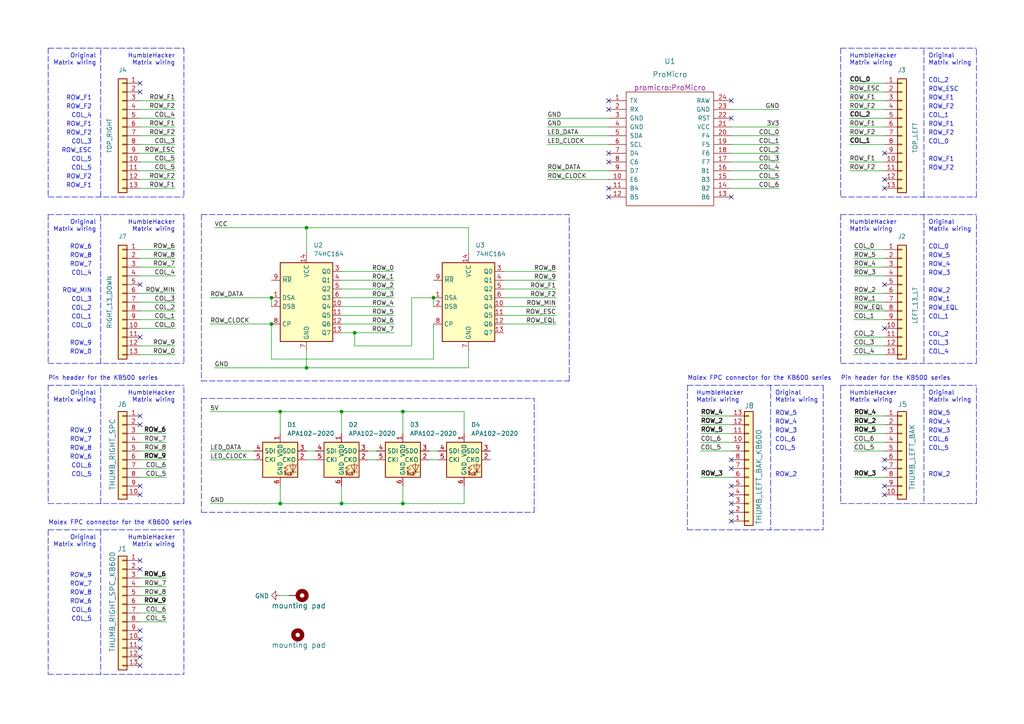
<source format=kicad_sch>
(kicad_sch (version 20211123) (generator eeschema)
  (paper "A4")
  (title_block (title "kinT keyboard controller") (date "2021-06-26") (company "Michael Stapelberg") (comment 1 "https://github.com/kinx-project/kint"))
  (lib_symbols
    (symbol "74xx:74HC164"
      (property "Reference" "U" (at 1.905 -13.97 0))
      (property "Value" "74HC164" (at 1.905 -16.51 0))
      (symbol "74HC164_0_1"
        (rectangle (start 7.62 10.16) (end -7.62 -12.7) (stroke (width 0.254)) (fill (type background)))
      )
      (symbol "74HC164_1_1"
        (pin input line (at -10.16 0 0) (length 2.54) (name "DSA") (number "1"))
        (pin output line (at 10.16 -2.54 180) (length 2.54) (name "Q4") (number "10"))
        (pin output line (at 10.16 -5.08 180) (length 2.54) (name "Q5") (number "11"))
        (pin output line (at 10.16 -7.62 180) (length 2.54) (name "Q6") (number "12"))
        (pin output line (at 10.16 -10.16 180) (length 2.54) (name "Q7") (number "13"))
        (pin power_in line (at 0 12.7 270) (length 2.54) (name "VCC") (number "14"))
        (pin input line (at -10.16 -2.54 0) (length 2.54) (name "DSB") (number "2"))
        (pin output line (at 10.16 7.62 180) (length 2.54) (name "Q0") (number "3"))
        (pin output line (at 10.16 5.08 180) (length 2.54) (name "Q1") (number "4"))
        (pin output line (at 10.16 2.54 180) (length 2.54) (name "Q2") (number "5"))
        (pin output line (at 10.16 0 180) (length 2.54) (name "Q3") (number "6"))
        (pin power_in line (at 0 -15.24 90) (length 2.54) (name "GND") (number "7"))
        (pin input line (at -10.16 -7.62 0) (length 2.54) (name "CP") (number "8"))
        (pin input line (at -10.16 5.08 0) (length 2.54) (name "~{MR}") (number "9"))
      )
    )
    (symbol "Connector_Generic:Conn_01x10" (pin_names (offset 1.016) hide)
      (property "Reference" "J" (at 0 12.7 0))
      (property "Value" "Conn_01x10" (at 0 -15.24 0))
      (symbol "Conn_01x10_1_1"
        (rectangle (start -1.27 -12.573) (end 0 -12.827) (stroke (width 0.1524)))
        (rectangle (start -1.27 -10.033) (end 0 -10.287) (stroke (width 0.1524)))
        (rectangle (start -1.27 -7.493) (end 0 -7.747) (stroke (width 0.1524)))
        (rectangle (start -1.27 -4.953) (end 0 -5.207) (stroke (width 0.1524)))
        (rectangle (start -1.27 -2.413) (end 0 -2.667) (stroke (width 0.1524)))
        (rectangle (start -1.27 0.127) (end 0 -0.127) (stroke (width 0.1524)))
        (rectangle (start -1.27 2.667) (end 0 2.413) (stroke (width 0.1524)))
        (rectangle (start -1.27 5.207) (end 0 4.953) (stroke (width 0.1524)))
        (rectangle (start -1.27 7.747) (end 0 7.493) (stroke (width 0.1524)))
        (rectangle (start -1.27 10.287) (end 0 10.033) (stroke (width 0.1524)))
        (rectangle (start -1.27 11.43) (end 1.27 -13.97) (stroke (width 0.254)) (fill (type background)))
        (pin passive line (at -5.08 10.16 0) (length 3.81) (name "Pin_1") (number "1"))
        (pin passive line (at -5.08 -12.7 0) (length 3.81) (name "Pin_10") (number "10"))
        (pin passive line (at -5.08 7.62 0) (length 3.81) (name "Pin_2") (number "2"))
        (pin passive line (at -5.08 5.08 0) (length 3.81) (name "Pin_3") (number "3"))
        (pin passive line (at -5.08 2.54 0) (length 3.81) (name "Pin_4") (number "4"))
        (pin passive line (at -5.08 0 0) (length 3.81) (name "Pin_5") (number "5"))
        (pin passive line (at -5.08 -2.54 0) (length 3.81) (name "Pin_6") (number "6"))
        (pin passive line (at -5.08 -5.08 0) (length 3.81) (name "Pin_7") (number "7"))
        (pin passive line (at -5.08 -7.62 0) (length 3.81) (name "Pin_8") (number "8"))
        (pin passive line (at -5.08 -10.16 0) (length 3.81) (name "Pin_9") (number "9"))
      )
    )
    (symbol "Connector_Generic:Conn_01x13" (pin_names (offset 1.016) hide)
      (property "Reference" "J" (at 0 17.78 0))
      (property "Value" "Conn_01x13" (at 0 -17.78 0))
      (symbol "Conn_01x13_1_1"
        (rectangle (start -1.27 -15.113) (end 0 -15.367) (stroke (width 0.1524)))
        (rectangle (start -1.27 -12.573) (end 0 -12.827) (stroke (width 0.1524)))
        (rectangle (start -1.27 -10.033) (end 0 -10.287) (stroke (width 0.1524)))
        (rectangle (start -1.27 -7.493) (end 0 -7.747) (stroke (width 0.1524)))
        (rectangle (start -1.27 -4.953) (end 0 -5.207) (stroke (width 0.1524)))
        (rectangle (start -1.27 -2.413) (end 0 -2.667) (stroke (width 0.1524)))
        (rectangle (start -1.27 0.127) (end 0 -0.127) (stroke (width 0.1524)))
        (rectangle (start -1.27 2.667) (end 0 2.413) (stroke (width 0.1524)))
        (rectangle (start -1.27 5.207) (end 0 4.953) (stroke (width 0.1524)))
        (rectangle (start -1.27 7.747) (end 0 7.493) (stroke (width 0.1524)))
        (rectangle (start -1.27 10.287) (end 0 10.033) (stroke (width 0.1524)))
        (rectangle (start -1.27 12.827) (end 0 12.573) (stroke (width 0.1524)))
        (rectangle (start -1.27 15.367) (end 0 15.113) (stroke (width 0.1524)))
        (rectangle (start -1.27 16.51) (end 1.27 -16.51) (stroke (width 0.254)) (fill (type background)))
        (pin passive line (at -5.08 15.24 0) (length 3.81) (name "Pin_1") (number "1"))
        (pin passive line (at -5.08 -7.62 0) (length 3.81) (name "Pin_10") (number "10"))
        (pin passive line (at -5.08 -10.16 0) (length 3.81) (name "Pin_11") (number "11"))
        (pin passive line (at -5.08 -12.7 0) (length 3.81) (name "Pin_12") (number "12"))
        (pin passive line (at -5.08 -15.24 0) (length 3.81) (name "Pin_13") (number "13"))
        (pin passive line (at -5.08 12.7 0) (length 3.81) (name "Pin_2") (number "2"))
        (pin passive line (at -5.08 10.16 0) (length 3.81) (name "Pin_3") (number "3"))
        (pin passive line (at -5.08 7.62 0) (length 3.81) (name "Pin_4") (number "4"))
        (pin passive line (at -5.08 5.08 0) (length 3.81) (name "Pin_5") (number "5"))
        (pin passive line (at -5.08 2.54 0) (length 3.81) (name "Pin_6") (number "6"))
        (pin passive line (at -5.08 0 0) (length 3.81) (name "Pin_7") (number "7"))
        (pin passive line (at -5.08 -2.54 0) (length 3.81) (name "Pin_8") (number "8"))
        (pin passive line (at -5.08 -5.08 0) (length 3.81) (name "Pin_9") (number "9"))
      )
    )
    (symbol "LED:APA102-2020"
      (property "Reference" "D" (at 5.08 5.715 0))
      (property "Value" "APA102-2020" (at 1.27 -5.715 0))
      (symbol "APA102-2020_0_0"
        (text "RGB" (at 2.286 -4.191 0) (effects (font (size 0.762 0.762))))
      )
      (symbol "APA102-2020_0_1"
        (polyline (pts (xy 1.27 -3.556) (xy 1.778 -3.556)))
        (polyline (pts (xy 1.27 -2.54) (xy 1.778 -2.54)))
        (polyline (pts (xy 4.699 -3.556) (xy 2.667 -3.556)))
        (polyline (pts (xy 2.286 -2.54) (xy 1.27 -3.556) (xy 1.27 -3.048)))
        (polyline (pts (xy 2.286 -1.524) (xy 1.27 -2.54) (xy 1.27 -2.032)))
        (polyline (pts (xy 3.683 -1.016) (xy 3.683 -3.556) (xy 3.683 -4.064)))
        (polyline (pts (xy 4.699 -1.524) (xy 2.667 -1.524) (xy 3.683 -3.556) (xy 4.699 -1.524)))
        (rectangle (start 5.08 5.08) (end -5.08 -5.08) (stroke (width 0.254)) (fill (type background)))
      )
      (symbol "APA102-2020_1_1"
        (pin power_in line (at 0 7.62 270) (length 2.54) (name "VDD") (number "1"))
        (pin output line (at 7.62 0 180) (length 2.54) (name "CKO") (number "2"))
        (pin output line (at 7.62 2.54 180) (length 2.54) (name "SDO") (number "3"))
        (pin input line (at -7.62 2.54 0) (length 2.54) (name "SDI") (number "4"))
        (pin input line (at -7.62 0 0) (length 2.54) (name "CKI") (number "5"))
        (pin power_in line (at 0 -7.62 90) (length 2.54) (name "GND") (number "6"))
      )
    )
    (symbol "Mechanical:MountingHole" (pin_names (offset 1.016))
      (property "Reference" "H" (at 0 5.08 0))
      (property "Value" "MountingHole" (at 0 3.175 0))
      (symbol "MountingHole_0_1"
        (circle (center 0 0) (radius 1.27) (stroke (width 1.27)))
      )
    )
    (symbol "Mechanical:MountingHole_Pad" (pin_numbers hide) (pin_names (offset 1.016) hide)
      (property "Reference" "H" (at 0 6.35 0))
      (property "Value" "MountingHole_Pad" (at 0 4.445 0))
      (symbol "MountingHole_Pad_0_1"
        (circle (center 0 1.27) (radius 1.27) (stroke (width 1.27)))
      )
      (symbol "MountingHole_Pad_1_1"
        (pin input line (at 0 -2.54 90) (length 2.54) (name "1") (number "1"))
      )
    )
    (symbol "ProMicroKiCad:ProMicro" (pin_names (offset 1.016))
      (property "Reference" "U" (at 0 24.13 0))
      (property "Value" "ProMicro" (at 0 -13.97 0))
      (symbol "ProMicro_0_1"
        (rectangle (start -12.7 21.59) (end 12.7 -11.43))
      )
      (symbol "ProMicro_1_1"
        (pin bidirectional line (at -17.78 19.05 0) (length 5.08) (name "TX") (number "1"))
        (pin bidirectional line (at -17.78 -3.81 0) (length 5.08) (name "E6") (number "10"))
        (pin bidirectional line (at -17.78 -6.35 0) (length 5.08) (name "B4") (number "11"))
        (pin bidirectional line (at -17.78 -8.89 0) (length 5.08) (name "B5") (number "12"))
        (pin bidirectional line (at 17.78 -8.89 180) (length 5.08) (name "B6") (number "13"))
        (pin bidirectional line (at 17.78 -6.35 180) (length 5.08) (name "B2") (number "14"))
        (pin bidirectional line (at 17.78 -3.81 180) (length 5.08) (name "B3") (number "15"))
        (pin bidirectional line (at 17.78 -1.27 180) (length 5.08) (name "B1") (number "16"))
        (pin bidirectional line (at 17.78 1.27 180) (length 5.08) (name "F7") (number "17"))
        (pin bidirectional line (at 17.78 3.81 180) (length 5.08) (name "F6") (number "18"))
        (pin bidirectional line (at 17.78 6.35 180) (length 5.08) (name "F5") (number "19"))
        (pin bidirectional line (at -17.78 16.51 0) (length 5.08) (name "RX") (number "2"))
        (pin bidirectional line (at 17.78 8.89 180) (length 5.08) (name "F4") (number "20"))
        (pin power_in line (at 17.78 11.43 180) (length 5.08) (name "VCC") (number "21"))
        (pin input line (at 17.78 13.97 180) (length 5.08) (name "RST") (number "22"))
        (pin power_in line (at 17.78 16.51 180) (length 5.08) (name "GND") (number "23"))
        (pin power_out line (at 17.78 19.05 180) (length 5.08) (name "RAW") (number "24"))
        (pin power_in line (at -17.78 13.97 0) (length 5.08) (name "GND") (number "3"))
        (pin power_in line (at -17.78 11.43 0) (length 5.08) (name "GND") (number "4"))
        (pin bidirectional line (at -17.78 8.89 0) (length 5.08) (name "SDA") (number "5"))
        (pin bidirectional line (at -17.78 6.35 0) (length 5.08) (name "SCL") (number "6"))
        (pin bidirectional line (at -17.78 3.81 0) (length 5.08) (name "D4") (number "7"))
        (pin bidirectional line (at -17.78 1.27 0) (length 5.08) (name "C6") (number "8"))
        (pin bidirectional line (at -17.78 -1.27 0) (length 5.08) (name "D7") (number "9"))
      )
    )
    (symbol "power:GND" (power) (pin_names (offset 0))
      (property "Value" "GND" (at 0 -3.81 0))
      (symbol "GND_0_1"
        (polyline (pts (xy 0 0) (xy 0 -1.27) (xy 1.27 -1.27) (xy 0 -2.54) (xy -1.27 -1.27) (xy 0 -1.27)))
      )
      (symbol "GND_1_1"
        (pin power_in line (at 0 0 270) (length 0) hide (name "GND") (number "1"))
      )
    )
  )
  (junction (at 102.87 96.52))
  (junction (at 99.06 146.05))
  (junction (at 88.9 106.68))
  (junction (at 78.74 93.98))
  (junction (at 125.73 86.36))
  (junction (at 99.06 119.38))
  (junction (at 116.84 119.38))
  (junction (at 116.84 146.05))
  (junction (at 88.9 66.04))
  (junction (at 78.74 86.36))
  (junction (at 81.28 146.05))
  (junction (at 81.28 119.38))
  (no_connect (at 256.54 95.25))
  (no_connect (at 212.09 143.51))
  (no_connect (at 40.64 24.13))
  (no_connect (at 40.64 120.65))
  (no_connect (at 40.64 190.5))
  (no_connect (at 176.53 46.99))
  (no_connect (at 40.64 140.97))
  (no_connect (at 176.53 31.75))
  (no_connect (at 40.64 182.88))
  (no_connect (at 256.54 52.07))
  (no_connect (at 176.53 29.21))
  (no_connect (at 40.64 193.04))
  (no_connect (at 212.09 140.97))
  (no_connect (at 256.54 135.89))
  (no_connect (at 40.64 26.67))
  (no_connect (at 256.54 143.51))
  (no_connect (at 256.54 82.55))
  (no_connect (at 40.64 97.79))
  (no_connect (at 176.53 54.61))
  (no_connect (at 40.64 162.56))
  (no_connect (at 212.09 29.21))
  (no_connect (at 40.64 123.19))
  (no_connect (at 256.54 140.97))
  (no_connect (at 176.53 44.45))
  (no_connect (at 212.09 133.35))
  (no_connect (at 256.54 54.61))
  (no_connect (at 256.54 133.35))
  (no_connect (at 212.09 135.89))
  (no_connect (at 212.09 148.59))
  (no_connect (at 40.64 143.51))
  (no_connect (at 176.53 57.15))
  (no_connect (at 40.64 82.55))
  (no_connect (at 256.54 44.45))
  (no_connect (at 212.09 151.13))
  (no_connect (at 212.09 57.15))
  (no_connect (at 212.09 146.05))
  (no_connect (at 40.64 185.42))
  (no_connect (at 212.09 34.29))
  (no_connect (at 40.64 187.96))
  (no_connect (at 40.64 165.1))
  (wire (pts (xy 88.9 66.04) (xy 62.23 66.04)))
  (wire (pts (xy 50.8 54.61) (xy 40.64 54.61)))
  (wire (pts (xy 81.28 172.72) (xy 83.82 172.72)))
  (polyline (pts (xy 283.21 146.05) (xy 283.21 111.76)))
  (wire (pts (xy 247.65 77.47) (xy 256.54 77.47)))
  (wire (pts (xy 88.9 106.68) (xy 135.89 106.68)))
  (wire (pts (xy 158.75 39.37) (xy 176.53 39.37)))
  (wire (pts (xy 247.65 85.09) (xy 256.54 85.09)))
  (wire (pts (xy 116.84 146.05) (xy 116.84 140.97)))
  (wire (pts (xy 48.26 133.35) (xy 40.64 133.35)))
  (polyline (pts (xy 13.97 13.97) (xy 13.97 57.15)))
  (polyline (pts (xy 267.97 111.76) (xy 267.97 146.05)))
  (wire (pts (xy 50.8 100.33) (xy 40.64 100.33)))
  (wire (pts (xy 158.75 49.53) (xy 176.53 49.53)))
  (wire (pts (xy 40.64 44.45) (xy 50.8 44.45)))
  (polyline (pts (xy 13.97 62.23) (xy 13.97 105.41)))
  (wire (pts (xy 158.75 34.29) (xy 176.53 34.29)))
  (wire (pts (xy 203.2 125.73) (xy 212.09 125.73)))
  (wire (pts (xy 247.65 130.81) (xy 256.54 130.81)))
  (wire (pts (xy 119.38 100.33) (xy 119.38 86.36)))
  (wire (pts (xy 99.06 81.28) (xy 114.3 81.28)))
  (wire (pts (xy 50.8 87.63) (xy 40.64 87.63)))
  (wire (pts (xy 247.65 92.71) (xy 256.54 92.71)))
  (wire (pts (xy 246.38 24.13) (xy 256.54 24.13)))
  (wire (pts (xy 146.05 88.9) (xy 161.29 88.9)))
  (wire (pts (xy 40.64 46.99) (xy 50.8 46.99)))
  (wire (pts (xy 48.26 172.72) (xy 40.64 172.72)))
  (wire (pts (xy 246.38 39.37) (xy 256.54 39.37)))
  (polyline (pts (xy 29.21 105.41) (xy 29.21 62.23)))
  (wire (pts (xy 62.23 106.68) (xy 88.9 106.68)))
  (polyline (pts (xy 13.97 195.58) (xy 53.34 195.58)))
  (wire (pts (xy 50.8 52.07) (xy 40.64 52.07)))
  (polyline (pts (xy 13.97 111.76) (xy 53.34 111.76)))
  (polyline (pts (xy 53.34 146.05) (xy 53.34 111.76)))
  (wire (pts (xy 212.09 49.53) (xy 226.06 49.53)))
  (wire (pts (xy 158.75 41.91) (xy 176.53 41.91)))
  (wire (pts (xy 246.38 29.21) (xy 256.54 29.21)))
  (wire (pts (xy 247.65 97.79) (xy 256.54 97.79)))
  (wire (pts (xy 212.09 31.75) (xy 226.06 31.75)))
  (wire (pts (xy 247.65 102.87) (xy 256.54 102.87)))
  (wire (pts (xy 99.06 86.36) (xy 114.3 86.36)))
  (wire (pts (xy 212.09 39.37) (xy 226.06 39.37)))
  (wire (pts (xy 60.96 146.05) (xy 81.28 146.05)))
  (wire (pts (xy 40.64 135.89) (xy 48.26 135.89)))
  (polyline (pts (xy 243.84 146.05) (xy 283.21 146.05)))
  (polyline (pts (xy 243.84 62.23) (xy 243.84 105.41)))
  (wire (pts (xy 81.28 119.38) (xy 99.06 119.38)))
  (polyline (pts (xy 243.84 62.23) (xy 283.21 62.23)))
  (wire (pts (xy 48.26 128.27) (xy 40.64 128.27)))
  (wire (pts (xy 212.09 46.99) (xy 226.06 46.99)))
  (wire (pts (xy 203.2 120.65) (xy 212.09 120.65)))
  (wire (pts (xy 102.87 100.33) (xy 119.38 100.33)))
  (wire (pts (xy 48.26 175.26) (xy 40.64 175.26)))
  (wire (pts (xy 247.65 90.17) (xy 256.54 90.17)))
  (wire (pts (xy 60.96 86.36) (xy 78.74 86.36)))
  (wire (pts (xy 158.75 36.83) (xy 176.53 36.83)))
  (polyline (pts (xy 53.34 62.23) (xy 53.34 105.41)))
  (wire (pts (xy 40.64 77.47) (xy 50.8 77.47)))
  (wire (pts (xy 48.26 170.18) (xy 40.64 170.18)))
  (wire (pts (xy 88.9 133.35) (xy 91.44 133.35)))
  (wire (pts (xy 88.9 66.04) (xy 135.89 66.04)))
  (wire (pts (xy 135.89 66.04) (xy 135.89 73.66)))
  (wire (pts (xy 60.96 93.98) (xy 78.74 93.98)))
  (wire (pts (xy 102.87 96.52) (xy 99.06 96.52)))
  (polyline (pts (xy 13.97 153.67) (xy 13.97 195.58)))
  (wire (pts (xy 40.64 92.71) (xy 50.8 92.71)))
  (wire (pts (xy 247.65 72.39) (xy 256.54 72.39)))
  (wire (pts (xy 246.38 49.53) (xy 256.54 49.53)))
  (wire (pts (xy 212.09 44.45) (xy 226.06 44.45)))
  (wire (pts (xy 102.87 96.52) (xy 114.3 96.52)))
  (polyline (pts (xy 238.76 111.76) (xy 238.76 153.67)))
  (wire (pts (xy 99.06 146.05) (xy 99.06 140.97)))
  (wire (pts (xy 40.64 49.53) (xy 50.8 49.53)))
  (wire (pts (xy 212.09 54.61) (xy 226.06 54.61)))
  (wire (pts (xy 48.26 130.81) (xy 40.64 130.81)))
  (wire (pts (xy 247.65 120.65) (xy 256.54 120.65)))
  (wire (pts (xy 88.9 130.81) (xy 91.44 130.81)))
  (wire (pts (xy 146.05 78.74) (xy 161.29 78.74)))
  (wire (pts (xy 48.26 167.64) (xy 40.64 167.64)))
  (polyline (pts (xy 165.1 110.49) (xy 165.1 62.23)))
  (wire (pts (xy 146.05 83.82) (xy 161.29 83.82)))
  (wire (pts (xy 78.74 104.14) (xy 78.74 93.98)))
  (wire (pts (xy 212.09 52.07) (xy 226.06 52.07)))
  (wire (pts (xy 158.75 52.07) (xy 176.53 52.07)))
  (wire (pts (xy 99.06 146.05) (xy 116.84 146.05)))
  (wire (pts (xy 78.74 86.36) (xy 78.74 88.9)))
  (wire (pts (xy 125.73 86.36) (xy 125.73 88.9)))
  (wire (pts (xy 247.65 74.93) (xy 256.54 74.93)))
  (polyline (pts (xy 53.34 153.67) (xy 53.34 195.58)))
  (wire (pts (xy 40.64 31.75) (xy 50.8 31.75)))
  (wire (pts (xy 246.38 46.99) (xy 256.54 46.99)))
  (wire (pts (xy 102.87 96.52) (xy 102.87 100.33)))
  (wire (pts (xy 256.54 123.19) (xy 247.65 123.19)))
  (wire (pts (xy 256.54 128.27) (xy 247.65 128.27)))
  (wire (pts (xy 48.26 125.73) (xy 40.64 125.73)))
  (polyline (pts (xy 53.34 13.97) (xy 53.34 57.15)))
  (wire (pts (xy 99.06 119.38) (xy 116.84 119.38)))
  (polyline (pts (xy 199.39 153.67) (xy 238.76 153.67)))
  (polyline (pts (xy 243.84 57.15) (xy 283.21 57.15)))
  (polyline (pts (xy 267.97 57.15) (xy 267.97 13.97)))
  (wire (pts (xy 247.65 100.33) (xy 256.54 100.33)))
  (polyline (pts (xy 154.94 148.59) (xy 154.94 115.57)))
  (wire (pts (xy 99.06 93.98) (xy 114.3 93.98)))
  (wire (pts (xy 247.65 80.01) (xy 256.54 80.01)))
  (wire (pts (xy 50.8 74.93) (xy 40.64 74.93)))
  (wire (pts (xy 81.28 119.38) (xy 81.28 125.73)))
  (wire (pts (xy 48.26 180.34) (xy 40.64 180.34)))
  (polyline (pts (xy 13.97 153.67) (xy 53.34 153.67)))
  (wire (pts (xy 40.64 41.91) (xy 50.8 41.91)))
  (polyline (pts (xy 29.21 153.67) (xy 29.21 195.58)))
  (polyline (pts (xy 223.52 111.76) (xy 223.52 153.67)))
  (wire (pts (xy 99.06 91.44) (xy 114.3 91.44)))
  (wire (pts (xy 212.09 36.83) (xy 226.06 36.83)))
  (wire (pts (xy 135.89 101.6) (xy 135.89 106.68)))
  (wire (pts (xy 81.28 146.05) (xy 81.28 140.97)))
  (polyline (pts (xy 267.97 62.23) (xy 267.97 105.41)))
  (wire (pts (xy 99.06 88.9) (xy 114.3 88.9)))
  (wire (pts (xy 247.65 125.73) (xy 256.54 125.73)))
  (wire (pts (xy 212.09 123.19) (xy 203.2 123.19)))
  (polyline (pts (xy 29.21 146.05) (xy 29.21 111.76)))
  (wire (pts (xy 50.8 102.87) (xy 40.64 102.87)))
  (wire (pts (xy 48.26 177.8) (xy 40.64 177.8)))
  (wire (pts (xy 60.96 119.38) (xy 81.28 119.38)))
  (wire (pts (xy 60.96 130.81) (xy 73.66 130.81)))
  (wire (pts (xy 116.84 146.05) (xy 134.62 146.05)))
  (wire (pts (xy 50.8 72.39) (xy 40.64 72.39)))
  (wire (pts (xy 124.46 133.35) (xy 127 133.35)))
  (polyline (pts (xy 13.97 62.23) (xy 53.34 62.23)))
  (wire (pts (xy 50.8 95.25) (xy 40.64 95.25)))
  (polyline (pts (xy 58.42 62.23) (xy 165.1 62.23)))
  (wire (pts (xy 88.9 101.6) (xy 88.9 106.68)))
  (polyline (pts (xy 58.42 148.59) (xy 154.94 148.59)))
  (wire (pts (xy 88.9 73.66) (xy 88.9 66.04)))
  (polyline (pts (xy 243.84 105.41) (xy 283.21 105.41)))
  (wire (pts (xy 246.38 34.29) (xy 256.54 34.29)))
  (wire (pts (xy 146.05 81.28) (xy 161.29 81.28)))
  (wire (pts (xy 212.09 128.27) (xy 203.2 128.27)))
  (polyline (pts (xy 58.42 115.57) (xy 58.42 148.59)))
  (polyline (pts (xy 243.84 111.76) (xy 283.21 111.76)))
  (polyline (pts (xy 199.39 111.76) (xy 199.39 153.67)))
  (wire (pts (xy 119.38 86.36) (xy 125.73 86.36)))
  (polyline (pts (xy 58.42 115.57) (xy 154.94 115.57)))
  (polyline (pts (xy 13.97 111.76) (xy 13.97 146.05)))
  (wire (pts (xy 246.38 41.91) (xy 256.54 41.91)))
  (wire (pts (xy 256.54 138.43) (xy 247.65 138.43)))
  (wire (pts (xy 116.84 119.38) (xy 116.84 125.73)))
  (wire (pts (xy 146.05 93.98) (xy 161.29 93.98)))
  (polyline (pts (xy 13.97 105.41) (xy 53.34 105.41)))
  (wire (pts (xy 247.65 87.63) (xy 256.54 87.63)))
  (wire (pts (xy 246.38 31.75) (xy 256.54 31.75)))
  (wire (pts (xy 106.68 130.81) (xy 109.22 130.81)))
  (wire (pts (xy 134.62 119.38) (xy 134.62 125.73)))
  (wire (pts (xy 134.62 146.05) (xy 134.62 140.97)))
  (wire (pts (xy 99.06 78.74) (xy 114.3 78.74)))
  (polyline (pts (xy 243.84 13.97) (xy 243.84 57.15)))
  (polyline (pts (xy 13.97 57.15) (xy 53.34 57.15)))
  (wire (pts (xy 212.09 41.91) (xy 226.06 41.91)))
  (polyline (pts (xy 243.84 111.76) (xy 243.84 146.05)))
  (wire (pts (xy 81.28 146.05) (xy 99.06 146.05)))
  (wire (pts (xy 125.73 93.98) (xy 125.73 104.14)))
  (polyline (pts (xy 29.21 57.15) (xy 29.21 13.97)))
  (polyline (pts (xy 283.21 57.15) (xy 283.21 13.97)))
  (wire (pts (xy 246.38 36.83) (xy 256.54 36.83)))
  (wire (pts (xy 116.84 119.38) (xy 134.62 119.38)))
  (wire (pts (xy 50.8 85.09) (xy 40.64 85.09)))
  (wire (pts (xy 40.64 39.37) (xy 50.8 39.37)))
  (wire (pts (xy 40.64 36.83) (xy 50.8 36.83)))
  (polyline (pts (xy 58.42 110.49) (xy 165.1 110.49)))
  (polyline (pts (xy 199.39 111.76) (xy 238.76 111.76)))
  (wire (pts (xy 40.64 29.21) (xy 50.8 29.21)))
  (wire (pts (xy 50.8 80.01) (xy 40.64 80.01)))
  (polyline (pts (xy 13.97 13.97) (xy 53.34 13.97)))
  (polyline (pts (xy 58.42 62.23) (xy 58.42 110.49)))
  (wire (pts (xy 203.2 130.81) (xy 212.09 130.81)))
  (wire (pts (xy 48.26 138.43) (xy 40.64 138.43)))
  (wire (pts (xy 50.8 34.29) (xy 40.64 34.29)))
  (wire (pts (xy 246.38 26.67) (xy 256.54 26.67)))
  (wire (pts (xy 146.05 86.36) (xy 161.29 86.36)))
  (wire (pts (xy 50.8 90.17) (xy 40.64 90.17)))
  (wire (pts (xy 125.73 104.14) (xy 78.74 104.14)))
  (wire (pts (xy 99.06 119.38) (xy 99.06 125.73)))
  (wire (pts (xy 212.09 138.43) (xy 203.2 138.43)))
  (polyline (pts (xy 13.97 146.05) (xy 53.34 146.05)))
  (wire (pts (xy 106.68 133.35) (xy 109.22 133.35)))
  (polyline (pts (xy 283.21 105.41) (xy 283.21 62.23)))
  (wire (pts (xy 60.96 133.35) (xy 73.66 133.35)))
  (wire (pts (xy 124.46 130.81) (xy 127 130.81)))
  (polyline (pts (xy 243.84 13.97) (xy 283.21 13.97)))
  (wire (pts (xy 99.06 83.82) (xy 114.3 83.82)))
  (wire (pts (xy 146.05 91.44) (xy 161.29 91.44)))
  (text "COL_6" (at 269.24 128.27 0) (effects (font (size 1.27 1.27)) (justify left bottom)))
  (text "ROW_F2" (at 26.67 52.07 180) (effects (font (size 1.27 1.27)) (justify right bottom)))
  (text "ROW_F2" (at 269.24 49.53 0) (effects (font (size 1.27 1.27)) (justify left bottom)))
  (text "COL_6" (at 26.67 177.8 180) (effects (font (size 1.27 1.27)) (justify right bottom)))
  (text "ROW_6" (at 26.67 175.26 180) (effects (font (size 1.27 1.27)) (justify right bottom)))
  (text "Pin header for the KB500 series" (at 13.97 110.49 0) (effects (font (size 1.27 1.27)) (justify left bottom)))
  (text "Molex FPC connector for the KB600 series" (at 199.39 110.49 0) (effects (font (size 1.27 1.27)) (justify left bottom)))
  (text "ROW_7" (at 26.67 77.47 180) (effects (font (size 1.27 1.27)) (justify right bottom)))
  (text "COL_3" (at 26.67 87.63 180) (effects (font (size 1.27 1.27)) (justify right bottom)))
  (text "ROW_4" (at 269.24 77.47 0) (effects (font (size 1.27 1.27)) (justify left bottom)))
  (text "ROW_ESC" (at 26.67 44.45 180) (effects (font (size 1.27 1.27)) (justify right bottom)))
  (text "COL_3" (at 269.24 100.33 0) (effects (font (size 1.27 1.27)) (justify left bottom)))
  (text "COL_0" (at 269.24 41.91 0) (effects (font (size 1.27 1.27)) (justify left bottom)))
  (text "Pin header for the KB500 series" (at 243.84 110.49 0) (effects (font (size 1.27 1.27)) (justify left bottom)))
  (text "ROW_3" (at 269.24 80.01 0) (effects (font (size 1.27 1.27)) (justify left bottom)))
  (text "ROW_4" (at 269.24 123.19 0) (effects (font (size 1.27 1.27)) (justify left bottom)))
  (text "ROW_3" (at 224.79 125.73 0) (effects (font (size 1.27 1.27)) (justify left bottom)))
  (text "ROW_2" (at 269.24 138.43 0) (effects (font (size 1.27 1.27)) (justify left bottom)))
  (text "COL_6" (at 224.79 128.27 0) (effects (font (size 1.27 1.27)) (justify left bottom)))
  (text "ROW_1" (at 269.24 87.63 0) (effects (font (size 1.27 1.27)) (justify left bottom)))
  (text "ROW_7" (at 26.67 170.18 180) (effects (font (size 1.27 1.27)) (justify right bottom)))
  (text "ROW_F2" (at 269.24 39.37 0) (effects (font (size 1.27 1.27)) (justify left bottom)))
  (text "Original\nMatrix wiring" (at 269.24 19.05 0) (effects (font (size 1.27 1.27)) (justify left bottom)))
  (text "ROW_5" (at 269.24 74.93 0) (effects (font (size 1.27 1.27)) (justify left bottom)))
  (text "ROW_MIN" (at 26.67 85.09 180) (effects (font (size 1.27 1.27)) (justify right bottom)))
  (text "ROW_6" (at 26.67 72.39 180) (effects (font (size 1.27 1.27)) (justify right bottom)))
  (text "ROW_ESC" (at 269.24 26.67 0) (effects (font (size 1.27 1.27)) (justify left bottom)))
  (text "ROW_F1" (at 269.24 36.83 0) (effects (font (size 1.27 1.27)) (justify left bottom)))
  (text "HumbleHacker\nMatrix wiring" (at 246.38 67.31 0) (effects (font (size 1.27 1.27)) (justify left bottom)))
  (text "ROW_6" (at 26.67 133.35 180) (effects (font (size 1.27 1.27)) (justify right bottom)))
  (text "ROW_EQL" (at 269.24 90.17 0) (effects (font (size 1.27 1.27)) (justify left bottom)))
  (text "ROW_F2" (at 269.24 31.75 0) (effects (font (size 1.27 1.27)) (justify left bottom)))
  (text "ROW_9" (at 26.67 125.73 180) (effects (font (size 1.27 1.27)) (justify right bottom)))
  (text "COL_4" (at 26.67 34.29 180) (effects (font (size 1.27 1.27)) (justify right bottom)))
  (text "COL_4" (at 26.67 80.01 180) (effects (font (size 1.27 1.27)) (justify right bottom)))
  (text "COL_5" (at 26.67 138.43 180) (effects (font (size 1.27 1.27)) (justify right bottom)))
  (text "COL_1" (at 269.24 92.71 0) (effects (font (size 1.27 1.27)) (justify left bottom)))
  (text "Original\nMatrix wiring" (at 27.94 116.84 180) (effects (font (size 1.27 1.27)) (justify right bottom)))
  (text "HumbleHacker\nMatrix wiring" (at 50.8 158.75 180) (effects (font (size 1.27 1.27)) (justify right bottom)))
  (text "COL_6" (at 26.67 135.89 180) (effects (font (size 1.27 1.27)) (justify right bottom)))
  (text "COL_1" (at 26.67 92.71 180) (effects (font (size 1.27 1.27)) (justify right bottom)))
  (text "HumbleHacker\nMatrix wiring" (at 246.38 116.84 0) (effects (font (size 1.27 1.27)) (justify left bottom)))
  (text "HumbleHacker\nMatrix wiring" (at 50.8 19.05 180) (effects (font (size 1.27 1.27)) (justify right bottom)))
  (text "COL_0" (at 269.24 72.39 0) (effects (font (size 1.27 1.27)) (justify left bottom)))
  (text "Original\nMatrix wiring" (at 269.24 67.31 0) (effects (font (size 1.27 1.27)) (justify left bottom)))
  (text "COL_5" (at 269.24 130.81 0) (effects (font (size 1.27 1.27)) (justify left bottom)))
  (text "ROW_F1" (at 269.24 29.21 0) (effects (font (size 1.27 1.27)) (justify left bottom)))
  (text "ROW_F1" (at 26.67 36.83 180) (effects (font (size 1.27 1.27)) (justify right bottom)))
  (text "HumbleHacker\nMatrix wiring" (at 246.38 19.05 0) (effects (font (size 1.27 1.27)) (justify left bottom)))
  (text "HumbleHacker\nMatrix wiring" (at 50.8 116.84 180) (effects (font (size 1.27 1.27)) (justify right bottom)))
  (text "ROW_F2" (at 26.67 31.75 180) (effects (font (size 1.27 1.27)) (justify right bottom)))
  (text "ROW_9" (at 26.67 100.33 180) (effects (font (size 1.27 1.27)) (justify right bottom)))
  (text "COL_2" (at 26.67 90.17 180) (effects (font (size 1.27 1.27)) (justify right bottom)))
  (text "COL_5" (at 26.67 49.53 180) (effects (font (size 1.27 1.27)) (justify right bottom)))
  (text "COL_4" (at 269.24 102.87 0) (effects (font (size 1.27 1.27)) (justify left bottom)))
  (text "ROW_F2" (at 26.67 39.37 180) (effects (font (size 1.27 1.27)) (justify right bottom)))
  (text "COL_5" (at 26.67 180.34 180) (effects (font (size 1.27 1.27)) (justify right bottom)))
  (text "COL_1" (at 269.24 34.29 0) (effects (font (size 1.27 1.27)) (justify left bottom)))
  (text "ROW_F1" (at 26.67 54.61 180) (effects (font (size 1.27 1.27)) (justify right bottom)))
  (text "ROW_7" (at 26.67 128.27 180) (effects (font (size 1.27 1.27)) (justify right bottom)))
  (text "ROW_2" (at 269.24 85.09 0) (effects (font (size 1.27 1.27)) (justify left bottom)))
  (text "Original\nMatrix wiring" (at 27.94 67.31 180) (effects (font (size 1.27 1.27)) (justify right bottom)))
  (text "COL_2" (at 269.24 97.79 0) (effects (font (size 1.27 1.27)) (justify left bottom)))
  (text "Original\nMatrix wiring" (at 27.94 19.05 180) (effects (font (size 1.27 1.27)) (justify right bottom)))
  (text "ROW_8" (at 26.67 74.93 180) (effects (font (size 1.27 1.27)) (justify right bottom)))
  (text "ROW_5" (at 224.79 120.65 0) (effects (font (size 1.27 1.27)) (justify left bottom)))
  (text "ROW_3" (at 269.24 125.73 0) (effects (font (size 1.27 1.27)) (justify left bottom)))
  (text "ROW_F1" (at 269.24 46.99 0) (effects (font (size 1.27 1.27)) (justify left bottom)))
  (text "ROW_2" (at 224.79 138.43 0) (effects (font (size 1.27 1.27)) (justify left bottom)))
  (text "ROW_8" (at 26.67 172.72 180) (effects (font (size 1.27 1.27)) (justify right bottom)))
  (text "HumbleHacker\nMatrix wiring" (at 201.93 116.84 0) (effects (font (size 1.27 1.27)) (justify left bottom)))
  (text "ROW_F1" (at 26.67 29.21 180) (effects (font (size 1.27 1.27)) (justify right bottom)))
  (text "ROW_9" (at 26.67 167.64 180) (effects (font (size 1.27 1.27)) (justify right bottom)))
  (text "Original\nMatrix wiring" (at 269.24 116.84 0) (effects (font (size 1.27 1.27)) (justify left bottom)))
  (text "ROW_0" (at 26.67 102.87 180) (effects (font (size 1.27 1.27)) (justify right bottom)))
  (text "COL_3" (at 26.67 41.91 180) (effects (font (size 1.27 1.27)) (justify right bottom)))
  (text "Original\nMatrix wiring" (at 27.94 158.75 180) (effects (font (size 1.27 1.27)) (justify right bottom)))
  (text "ROW_8" (at 26.67 130.81 180) (effects (font (size 1.27 1.27)) (justify right bottom)))
  (text "COL_5" (at 224.79 130.81 0) (effects (font (size 1.27 1.27)) (justify left bottom)))
  (text "ROW_5" (at 269.24 120.65 0) (effects (font (size 1.27 1.27)) (justify left bottom)))
  (text "COL_0" (at 26.67 95.25 180) (effects (font (size 1.27 1.27)) (justify right bottom)))
  (text "COL_2" (at 269.24 24.13 0) (effects (font (size 1.27 1.27)) (justify left bottom)))
  (text "HumbleHacker\nMatrix wiring" (at 50.8 67.31 180) (effects (font (size 1.27 1.27)) (justify right bottom)))
  (text "Molex FPC connector for the KB600 series" (at 13.97 152.4 0) (effects (font (size 1.27 1.27)) (justify left bottom)))
  (text "COL_5" (at 26.67 46.99 180) (effects (font (size 1.27 1.27)) (justify right bottom)))
  (text "ROW_4" (at 224.79 123.19 0) (effects (font (size 1.27 1.27)) (justify left bottom)))
  (text "Original\nMatrix wiring" (at 224.79 116.84 0) (effects (font (size 1.27 1.27)) (justify left bottom)))
  (label "ROW_4" (at 247.65 77.47 0))
  (label "ROW_F2" (at 161.29 86.36 180))
  (label "ROW_7" (at 50.8 77.47 180))
  (label "ROW_CLOCK" (at 60.96 93.98 0))
  (label "COL_3" (at 50.8 41.91 180))
  (label "ROW_F2" (at 50.8 52.07 180))
  (label "ROW_F2" (at 246.38 39.37 0))
  (label "COL_5" (at 226.06 52.07 180))
  (label "ROW_F1" (at 50.8 54.61 180))
  (label "GND" (at 62.23 106.68 0))
  (label "LED_DATA" (at 60.96 130.81 0))
  (label "ROW_8" (at 48.26 130.81 180))
  (label "5V" (at 60.96 119.38 0))
  (label "ROW_F2" (at 50.8 31.75 180))
  (label "COL_1" (at 246.38 41.91 0) (effects (font (thickness 0.254) bold)))
  (label "ROW_5" (at 247.65 74.93 0))
  (label "ROW_4" (at 247.65 120.65 0) (effects (font (thickness 0.254) bold)))
  (label "ROW_7" (at 48.26 170.18 180))
  (label "ROW_4" (at 114.3 88.9 180))
  (label "ROW_MIN" (at 161.29 88.9 180))
  (label "COL_5" (at 50.8 49.53 180))
  (label "ROW_3" (at 114.3 86.36 180))
  (label "ROW_ESC" (at 161.29 91.44 180))
  (label "COL_4" (at 226.06 49.53 180))
  (label "ROW_7" (at 48.26 128.27 180))
  (label "ROW_6" (at 114.3 93.98 180))
  (label "VCC" (at 62.23 66.04 0))
  (label "ROW_9" (at 50.8 100.33 180))
  (label "ROW_F1" (at 50.8 36.83 180))
  (label "COL_3" (at 226.06 46.99 180))
  (label "ROW_F1" (at 246.38 29.21 0))
  (label "ROW_8" (at 50.8 74.93 180))
  (label "COL_2" (at 246.38 34.29 0) (effects (font (thickness 0.254) bold)))
  (label "ROW_5" (at 203.2 125.73 0) (effects (font (thickness 0.254) bold)))
  (label "COL_5" (at 247.65 130.81 0))
  (label "COL_4" (at 50.8 80.01 180))
  (label "ROW_3" (at 247.65 138.43 0) (effects (font (thickness 0.254) bold)))
  (label "ROW_F2" (at 50.8 39.37 180))
  (label "ROW_9" (at 48.26 175.26 180) (effects (font (thickness 0.254) bold)))
  (label "ROW_F2" (at 246.38 31.75 0))
  (label "ROW_F1" (at 246.38 36.83 0))
  (label "ROW_F1" (at 50.8 29.21 180))
  (label "COL_5" (at 203.2 130.81 0))
  (label "COL_4" (at 247.65 102.87 0))
  (label "COL_3" (at 50.8 87.63 180))
  (label "3V3" (at 226.06 36.83 180))
  (label "COL_1" (at 50.8 92.71 180))
  (label "ROW_9" (at 161.29 81.28 180))
  (label "COL_2" (at 247.65 97.79 0))
  (label "ROW_6" (at 50.8 72.39 180))
  (label "ROW_F1" (at 161.29 83.82 180))
  (label "GND" (at 158.75 34.29 0))
  (label "ROW_F2" (at 246.38 49.53 0))
  (label "COL_1" (at 226.06 41.91 180))
  (label "COL_6" (at 48.26 135.89 180))
  (label "COL_3" (at 247.65 100.33 0))
  (label "LED_CLOCK" (at 158.75 41.91 0))
  (label "COL_5" (at 50.8 46.99 180))
  (label "ROW_2" (at 247.65 123.19 0) (effects (font (thickness 0.254) bold)))
  (label "ROW_2" (at 247.65 85.09 0))
  (label "ROW_F1" (at 246.38 46.99 0))
  (label "ROW_EQL" (at 247.65 90.17 0))
  (label "ROW_9" (at 48.26 133.35 180) (effects (font (thickness 0.254) bold)))
  (label "ROW_ESC" (at 246.38 26.67 0))
  (label "COL_6" (at 226.06 54.61 180))
  (label "ROW_8" (at 161.29 78.74 180))
  (label "COL_0" (at 247.65 72.39 0))
  (label "ROW_5" (at 247.65 125.73 0) (effects (font (thickness 0.254) bold)))
  (label "GND" (at 60.96 146.05 0))
  (label "ROW_EQL" (at 161.29 93.98 180))
  (label "ROW_0" (at 114.3 78.74 180))
  (label "COL_6" (at 203.2 128.27 0))
  (label "COL_0" (at 50.8 95.25 180))
  (label "ROW_CLOCK" (at 158.75 52.07 0))
  (label "ROW_1" (at 247.65 87.63 0))
  (label "ROW_8" (at 48.26 172.72 180))
  (label "ROW_6" (at 48.26 167.64 180) (effects (font (thickness 0.254) bold)))
  (label "LED_CLOCK" (at 60.96 133.35 0))
  (label "ROW_5" (at 114.3 91.44 180))
  (label "COL_6" (at 247.65 128.27 0))
  (label "COL_1" (at 247.65 92.71 0))
  (label "ROW_0" (at 50.8 102.87 180))
  (label "ROW_2" (at 203.2 123.19 0) (effects (font (thickness 0.254) bold)))
  (label "COL_0" (at 246.38 24.13 0) (effects (font (thickness 0.254) bold)))
  (label "ROW_2" (at 114.3 83.82 180))
  (label "COL_6" (at 48.26 177.8 180))
  (label "COL_5" (at 48.26 138.43 180))
  (label "ROW_4" (at 203.2 120.65 0) (effects (font (thickness 0.254) bold)))
  (label "COL_2" (at 50.8 90.17 180))
  (label "GND" (at 158.75 36.83 0))
  (label "ROW_3" (at 203.2 138.43 0) (effects (font (thickness 0.254) bold)))
  (label "COL_4" (at 50.8 34.29 180))
  (label "ROW_DATA" (at 60.96 86.36 0))
  (label "GND" (at 226.06 31.75 180))
  (label "LED_DATA" (at 158.75 39.37 0))
  (label "ROW_3" (at 247.65 80.01 0))
  (label "COL_2" (at 226.06 44.45 180))
  (label "ROW_MIN" (at 50.8 85.09 180))
  (label "ROW_7" (at 114.3 96.52 180))
  (label "ROW_6" (at 48.26 125.73 180) (effects (font (thickness 0.254) bold)))
  (label "ROW_ESC" (at 50.8 44.45 180))
  (label "ROW_1" (at 114.3 81.28 180))
  (label "COL_0" (at 226.06 39.37 180))
  (label "COL_5" (at 48.26 180.34 180))
  (label "ROW_DATA" (at 158.75 49.53 0))
  (symbol (lib_id "Connector_Generic:Conn_01x10") (at 35.56 130.81 0) (mirror y) (unit 1)
    (property "Reference" "J6" (at 36.83 118.11 0) (effects (font (size 1.4986 1.4986)) (justify left bottom)))
    (property "Value" "THUMB_RIGHT_SPC" (at 31.75 142.24 90) (effects (font (size 1.4986 1.4986)) (justify left bottom)))
    (property "Footprint" "Connector_PinHeader_2.54mm:PinHeader_1x10_P2.54mm_Vertical" (effects hide))
    (property "digikeypn" "WM14526-ND" (effects hide))
    (property "MPN" "39-53-2135" (effects hide))
    (property "mouserpn" "538-39-53-2135" (effects hide))
  )
  (symbol (lib_id "Connector_Generic:Conn_01x10") (at 261.62 130.81 0) (unit 1)
    (property "Reference" "J5" (at 260.35 118.11 0) (effects (font (size 1.4986 1.4986)) (justify left bottom)))
    (property "Value" "THUMB_LEFT_BAK" (at 265.43 142.24 90) (effects (font (size 1.4986 1.4986)) (justify left bottom)))
    (property "Footprint" "Connector_PinHeader_2.54mm:PinHeader_1x10_P2.54mm_Vertical" (effects hide))
    (property "digikeypn" "WM14526-ND" (effects hide))
    (property "MPN" "39-53-2135" (effects hide))
    (property "mouserpn" "538-39-53-2135" (effects hide))
  )
  (symbol (lib_id "Mechanical:MountingHole_Pad") (at 86.36 172.72 270) (unit 1)
    (property "Reference" "H1" (effects hide))
    (property "Value" "mounting pad" (at 78.74 176.53 90) (effects (font (size 1.4986 1.4986)) (justify left bottom)))
    (property "Footprint" "MountingHole:MountingHole_4.3mm_M4_Pad" (effects hide))
  )
  (symbol (lib_id "Connector_Generic:Conn_01x13") (at 261.62 87.63 0) (unit 1)
    (property "Reference" "J2" (at 260.35 68.58 0) (effects (justify left)))
    (property "Value" "LEFT_13_LT" (at 265.43 93.98 90) (effects (justify left)))
    (property "Footprint" "kinx:39-53-2135" (effects hide))
    (property "digikeypn" "WM14526-ND" (effects hide))
    (property "MPN" "39-53-2135" (effects hide))
    (property "mouserpn" "538-39-53-2135" (effects hide))
  )
  (symbol (lib_id "Connector_Generic:Conn_01x13") (at 35.56 87.63 0) (mirror y) (unit 1)
    (property "Reference" "J7" (at 35.56 68.58 0))
    (property "Value" "RIGHT_13_DOWN" (at 31.75 87.63 90))
    (property "Footprint" "kinx:39-53-2135" (effects hide))
    (property "digikeypn" "WM14526-ND" (effects hide))
    (property "MPN" "39-53-2135" (effects hide))
    (property "mouserpn" "538-39-53-2135" (effects hide))
  )
  (symbol (lib_id "Connector_Generic:Conn_01x13") (at 261.62 39.37 0) (unit 1)
    (property "Reference" "J3" (at 260.35 20.32 0) (effects (justify left)))
    (property "Value" "TOP_LEFT" (at 265.43 44.45 90) (effects (justify left)))
    (property "Footprint" "kinx:39-53-2135" (effects hide))
    (property "digikeypn" "WM14526-ND" (effects hide))
    (property "MPN" "39-53-2135" (effects hide))
    (property "mouserpn" "538-39-53-2135" (effects hide))
  )
  (symbol (lib_id "Connector_Generic:Conn_01x13") (at 35.56 39.37 0) (mirror y) (unit 1)
    (property "Reference" "J4" (at 35.56 20.32 0))
    (property "Value" "TOP_RIGHT" (at 31.75 39.37 90))
    (property "Footprint" "kinx:39-53-2135" (effects hide))
    (property "digikeypn" "WM14526-ND" (effects hide))
    (property "MPN" "39-53-2135" (effects hide))
    (property "mouserpn" "538-39-53-2135" (effects hide))
  )
  (symbol (lib_id "power:GND") (at 81.28 172.72 270) (unit 1)
    (property "Reference" "#PWR0102" (effects hide))
    (property "Value" "GND" (at 78.0288 172.847 90) (effects (justify right)))
  )
  (symbol (lib_id "Mechanical:MountingHole") (at 86.36 184.15 270) (unit 1)
    (property "Reference" "H2" (effects hide))
    (property "Value" "mounting pad" (at 78.74 187.96 90) (effects (font (size 1.4986 1.4986)) (justify left bottom)))
    (property "Footprint" "MountingHole:MountingHole_6mm" (effects hide))
  )
  (symbol (lib_id "Connector_Generic:Conn_01x13") (at 35.56 177.8 0) (mirror y) (unit 1)
    (property "Reference" "J1" (at 36.83 160.02 0) (effects (font (size 1.4986 1.4986)) (justify left bottom)))
    (property "Value" "THUMB_RIGHT_SPC_KB600" (at 31.75 189.23 90) (effects (font (size 1.4986 1.4986)) (justify left bottom)))
    (property "Footprint" "kinx:39-53-2135" (effects hide))
    (property "digikeypn" "WM14526-ND" (effects hide))
    (property "MPN" "39-53-2135" (effects hide))
    (property "mouserpn" "538-39-53-2135" (effects hide))
  )
  (symbol (lib_id "Connector_Generic:Conn_01x13") (at 217.17 135.89 0) (mirror x) (unit 1)
    (property "Reference" "J8" (at 215.9 116.84 0) (effects (font (size 1.4986 1.4986)) (justify left bottom)))
    (property "Value" "THUMB_LEFT_BAK_KB600" (at 220.98 124.46 90) (effects (font (size 1.4986 1.4986)) (justify left bottom)))
    (property "Footprint" "kinx:39-53-2135" (effects hide))
    (property "digikeypn" "WM14526-ND" (effects hide))
    (property "MPN" "39-53-2135" (effects hide))
    (property "mouserpn" "538-39-53-2135" (effects hide))
  )
  (symbol (lib_id "74xx:74HC164") (at 135.89 86.36 0) (unit 1)
    (property "Reference" "U3" (at 137.9094 71.12 0) (effects (justify left)))
    (property "Value" "74HC164" (at 137.9094 73.66 0) (effects (justify left)))
    (property "Footprint" "Package_SO:TSSOP-14_4.4x5mm_P0.65mm" (effects hide))
    (property "Datasheet" "https://assets.nexperia.com/documents/data-sheet/74HC_HCT164.pdf" (effects hide))
  )
  (symbol (lib_id "LED:APA102-2020") (at 134.62 133.35 0) (unit 1)
    (property "Reference" "D4" (at 136.6394 123.19 0) (effects (justify left)))
    (property "Value" "APA102-2020" (at 136.6394 125.73 0) (effects (justify left)))
    (property "Footprint" "LED_SMD:LED-APA102-2020" (effects hide))
    (property "Datasheet" "http://www.led-color.com/upload/201604/APA102-2020%20SMD%20LED.pdf" (effects hide))
  )
  (symbol (lib_id "74xx:74HC164") (at 88.9 86.36 0) (unit 1)
    (property "Reference" "U2" (at 90.9194 71.12 0) (effects (justify left)))
    (property "Value" "74HC164" (at 90.9194 73.66 0) (effects (justify left)))
    (property "Footprint" "Package_SO:TSSOP-14_4.4x5mm_P0.65mm" (effects hide))
    (property "Datasheet" "https://assets.nexperia.com/documents/data-sheet/74HC_HCT164.pdf" (effects hide))
  )
  (symbol (lib_id "LED:APA102-2020") (at 99.06 133.35 0) (unit 1)
    (property "Reference" "D2" (at 101.0794 123.19 0) (effects (justify left)))
    (property "Value" "APA102-2020" (at 101.0794 125.73 0) (effects (justify left)))
    (property "Footprint" "LED_SMD:LED-APA102-2020" (effects hide))
    (property "Datasheet" "http://www.led-color.com/upload/201604/APA102-2020%20SMD%20LED.pdf" (effects hide))
  )
  (symbol (lib_id "ProMicroKiCad:ProMicro") (at 194.31 48.26 0) (unit 1)
    (property "Reference" "U1" (at 194.31 17.78 0) (effects (font (size 1.524 1.524))))
    (property "Value" "ProMicro" (at 194.31 21.59 0) (effects (font (size 1.524 1.524))))
    (property "Footprint" "promicro:ProMicro" (at 194.31 25.4 0) (effects (font (size 1.524 1.524))))
  )
  (symbol (lib_id "LED:APA102-2020") (at 116.84 133.35 0) (unit 1)
    (property "Reference" "D3" (at 118.8594 123.19 0) (effects (justify left)))
    (property "Value" "APA102-2020" (at 118.8594 125.73 0) (effects (justify left)))
    (property "Footprint" "LED_SMD:LED-APA102-2020" (effects hide))
    (property "Datasheet" "http://www.led-color.com/upload/201604/APA102-2020%20SMD%20LED.pdf" (effects hide))
  )
  (symbol (lib_id "LED:APA102-2020") (at 81.28 133.35 0) (unit 1)
    (property "Reference" "D1" (at 83.2994 123.19 0) (effects (justify left)))
    (property "Value" "APA102-2020" (at 83.2994 125.73 0) (effects (justify left)))
    (property "Footprint" "LED_SMD:LED-APA102-2020" (effects hide))
    (property "Datasheet" "http://www.led-color.com/upload/201604/APA102-2020%20SMD%20LED.pdf" (effects hide))
  )
)
</source>
